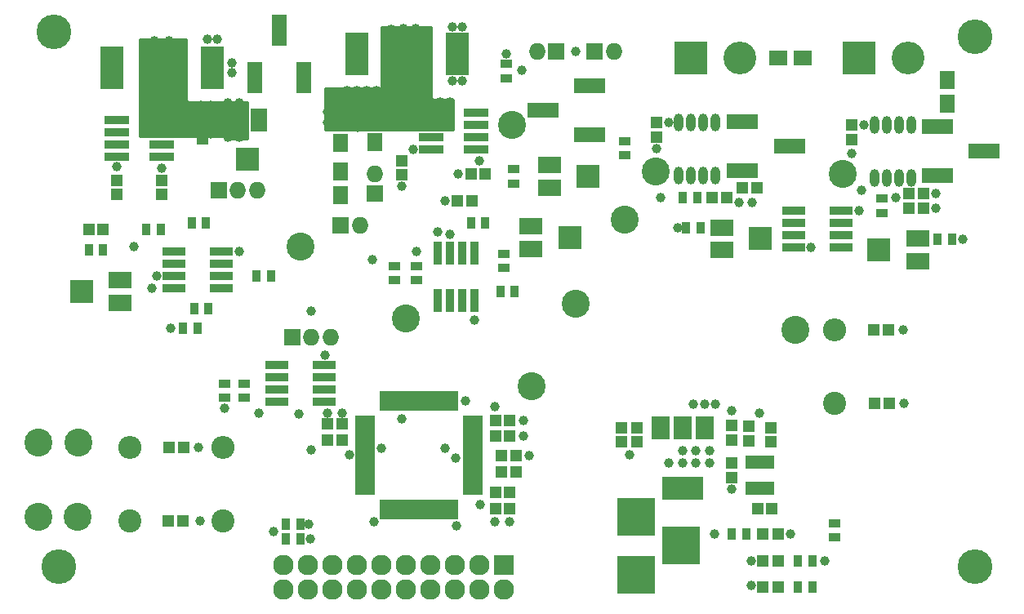
<source format=gbr>
G04 #@! TF.FileFunction,Soldermask,Top*
%FSLAX46Y46*%
G04 Gerber Fmt 4.6, Leading zero omitted, Abs format (unit mm)*
G04 Created by KiCad (PCBNEW 4.0.2+e4-6225~38~ubuntu14.04.1-stable) date sáb 17 nov 2018 11:22:13 ART*
%MOMM*%
G01*
G04 APERTURE LIST*
%ADD10C,0.100000*%
%ADD11R,0.900000X1.300000*%
%ADD12R,1.590000X3.190000*%
%ADD13C,3.600000*%
%ADD14R,1.300000X0.900000*%
%ADD15R,2.584400X0.958800*%
%ADD16R,1.200000X1.200000*%
%ADD17O,0.984200X1.847800*%
%ADD18R,3.190000X1.590000*%
%ADD19R,1.150000X1.200000*%
%ADD20R,1.200000X1.150000*%
%ADD21R,1.650000X1.900000*%
%ADD22R,1.700000X2.400000*%
%ADD23R,2.400000X2.400000*%
%ADD24R,0.958800X2.381200*%
%ADD25R,2.400000X1.700000*%
%ADD26R,0.679400X2.051000*%
%ADD27R,2.051000X0.679400*%
%ADD28R,1.750000X1.750000*%
%ADD29O,1.750000X1.750000*%
%ADD30R,3.900000X3.900000*%
%ADD31R,0.984200X1.390600*%
%ADD32R,2.381200X0.958800*%
%ADD33C,2.400000*%
%ADD34O,2.400000X2.400000*%
%ADD35R,3.400000X3.400000*%
%ADD36C,3.400000*%
%ADD37R,2.127200X2.127200*%
%ADD38O,2.127200X2.127200*%
%ADD39C,2.899360*%
%ADD40R,2.398980X4.400000*%
%ADD41R,4.200000X2.400000*%
%ADD42R,1.900000X2.400000*%
%ADD43R,1.900000X1.650000*%
%ADD44C,1.000000*%
%ADD45C,0.254000*%
G04 APERTURE END LIST*
D10*
D11*
X159778000Y-101600000D03*
X161278000Y-101600000D03*
D12*
X110363000Y-54236000D03*
X112903000Y-49396000D03*
X115443000Y-54236000D03*
D13*
X185000000Y-50000000D03*
D14*
X104902000Y-60821000D03*
X104902000Y-59321000D03*
D13*
X90000000Y-105000000D03*
X89500000Y-49500000D03*
D15*
X95986600Y-58674000D03*
X95986600Y-59944000D03*
X95986600Y-61214000D03*
X95986600Y-62484000D03*
X100711000Y-62484000D03*
X100711000Y-61214000D03*
X100711000Y-59944000D03*
X100711000Y-58674000D03*
X128574800Y-57912000D03*
X128574800Y-59182000D03*
X128574800Y-60452000D03*
X128574800Y-61722000D03*
X133299200Y-61722000D03*
X133299200Y-60452000D03*
X133299200Y-59182000D03*
X133299200Y-57912000D03*
D16*
X164587000Y-104394000D03*
X162987000Y-104394000D03*
D17*
X158115000Y-58939001D03*
X156845000Y-58939001D03*
X155575000Y-58939001D03*
X154305000Y-58939001D03*
X154305000Y-64389000D03*
X155575000Y-64389000D03*
X156845000Y-64389000D03*
X158115000Y-64389000D03*
X178435000Y-59193001D03*
X177165000Y-59193001D03*
X175895000Y-59193001D03*
X174625000Y-59193001D03*
X174625000Y-64643000D03*
X175895000Y-64643000D03*
X177165000Y-64643000D03*
X178435000Y-64643000D03*
D18*
X160909000Y-58801000D03*
X165749000Y-61341000D03*
X160909000Y-63881000D03*
D19*
X152019000Y-60440000D03*
X152019000Y-58940000D03*
D20*
X136767000Y-91440000D03*
X135267000Y-91440000D03*
D21*
X122809000Y-58424440D03*
X122809000Y-60924440D03*
X119253000Y-58567000D03*
X119253000Y-61067000D03*
D22*
X108451000Y-58706000D03*
D23*
X109601000Y-62706000D03*
D22*
X110751000Y-58706000D03*
D24*
X133096000Y-72466200D03*
X131826000Y-72466200D03*
X130556000Y-72466200D03*
X129286000Y-72466200D03*
X129286000Y-77393800D03*
X130556000Y-77393800D03*
X131826000Y-77393800D03*
X133096000Y-77393800D03*
D25*
X138970000Y-72016000D03*
D23*
X142970000Y-70866000D03*
D25*
X138970000Y-69716000D03*
D26*
X131099250Y-87832250D03*
X130599251Y-87832250D03*
X130099250Y-87832250D03*
X129599251Y-87832250D03*
X129099249Y-87832250D03*
X128599250Y-87832250D03*
X128099251Y-87832250D03*
X127599250Y-87832250D03*
X127099250Y-87832250D03*
X126599249Y-87832250D03*
X126099250Y-87832250D03*
X125599251Y-87832250D03*
X125099249Y-87832250D03*
X124599250Y-87832250D03*
X124099249Y-87832250D03*
X123599250Y-87832250D03*
D27*
X121729500Y-89702000D03*
X121729500Y-90201999D03*
X121729500Y-90702000D03*
X121729500Y-91201999D03*
X121729500Y-91702001D03*
X121729500Y-92202000D03*
X121729500Y-92701999D03*
X121729500Y-93202000D03*
X121729500Y-93702000D03*
X121729500Y-94202001D03*
X121729500Y-94702000D03*
X121729500Y-95201999D03*
X121729500Y-95702001D03*
X121729500Y-96202000D03*
X121729500Y-96702001D03*
X121729500Y-97202000D03*
D26*
X123599250Y-99071750D03*
X124099249Y-99071750D03*
X124599250Y-99071750D03*
X125099249Y-99071750D03*
X125599251Y-99071750D03*
X126099250Y-99071750D03*
X126599249Y-99071750D03*
X127099250Y-99071750D03*
X127599250Y-99071750D03*
X128099251Y-99071750D03*
X128599250Y-99071750D03*
X129099249Y-99071750D03*
X129599251Y-99071750D03*
X130099250Y-99071750D03*
X130599251Y-99071750D03*
X131099250Y-99071750D03*
D27*
X132969000Y-97202000D03*
X132969000Y-96702001D03*
X132969000Y-96202000D03*
X132969000Y-95702001D03*
X132969000Y-95201999D03*
X132969000Y-94702000D03*
X132969000Y-94202001D03*
X132969000Y-93702000D03*
X132969000Y-93202000D03*
X132969000Y-92701999D03*
X132969000Y-92202000D03*
X132969000Y-91702001D03*
X132969000Y-91201999D03*
X132969000Y-90702000D03*
X132969000Y-90201999D03*
X132969000Y-89702000D03*
D18*
X145041000Y-60198000D03*
X140201000Y-57658000D03*
X145041000Y-55118000D03*
D25*
X140875000Y-65666000D03*
D23*
X144875000Y-64516000D03*
D25*
X140875000Y-63366000D03*
D28*
X122809000Y-66262000D03*
D29*
X122809000Y-64262000D03*
D28*
X119253000Y-69596000D03*
D29*
X121253000Y-69596000D03*
D21*
X119247920Y-63977520D03*
X119247920Y-66477520D03*
D30*
X149860000Y-99822000D03*
X149860000Y-105822000D03*
X154560000Y-102822000D03*
D25*
X96361000Y-75304000D03*
D23*
X92361000Y-76454000D03*
D25*
X96361000Y-77604000D03*
D31*
X163637001Y-94128999D03*
X162687000Y-94128999D03*
X161737002Y-94128999D03*
X161737002Y-96878999D03*
X162687000Y-96878999D03*
X163637001Y-96878999D03*
D32*
X101930200Y-72263000D03*
X101930200Y-73533000D03*
X101930200Y-74803000D03*
X101930200Y-76073000D03*
X106857800Y-76073000D03*
X106857800Y-74803000D03*
X106857800Y-73533000D03*
X106857800Y-72263000D03*
D33*
X97409000Y-100203000D03*
D34*
X97409000Y-92583000D03*
D33*
X170434000Y-88011000D03*
D34*
X170434000Y-80391000D03*
D19*
X149987000Y-92051000D03*
X149987000Y-90551000D03*
D25*
X179038000Y-70986000D03*
D23*
X175038000Y-72136000D03*
D25*
X179038000Y-73286000D03*
X158750000Y-72136000D03*
D23*
X162750000Y-70986000D03*
D25*
X158750000Y-69836000D03*
D32*
X171119800Y-71882000D03*
X171119800Y-70612000D03*
X171119800Y-69342000D03*
X171119800Y-68072000D03*
X166192200Y-68072000D03*
X166192200Y-69342000D03*
X166192200Y-70612000D03*
X166192200Y-71882000D03*
D20*
X160909000Y-65659000D03*
X162409000Y-65659000D03*
D35*
X155575000Y-52197000D03*
D36*
X160655000Y-52197000D03*
D35*
X172974000Y-52197000D03*
D36*
X178054000Y-52197000D03*
D28*
X106585000Y-65913000D03*
D29*
X108585000Y-65913000D03*
X110585000Y-65913000D03*
D14*
X175387000Y-68314000D03*
X175387000Y-66814000D03*
D11*
X156198000Y-66675000D03*
X154698000Y-66675000D03*
X182602000Y-70993000D03*
X181102000Y-70993000D03*
X155067000Y-69850000D03*
X156567000Y-69850000D03*
D20*
X179681000Y-67818000D03*
X178181000Y-67818000D03*
X159246000Y-66675000D03*
X157746000Y-66675000D03*
D19*
X172212000Y-60694000D03*
X172212000Y-59194000D03*
D20*
X178181000Y-66294000D03*
X179681000Y-66294000D03*
D33*
X107061000Y-100203000D03*
D34*
X107061000Y-92583000D03*
D20*
X117868000Y-90170000D03*
X119368000Y-90170000D03*
X136767000Y-97282000D03*
X135267000Y-97282000D03*
X135902000Y-95123000D03*
X137402000Y-95123000D03*
D28*
X114205000Y-81153000D03*
D29*
X116205000Y-81153000D03*
X118205000Y-81153000D03*
D32*
X112598200Y-84074000D03*
X112598200Y-85344000D03*
X112598200Y-86614000D03*
X112598200Y-87884000D03*
X117525800Y-87884000D03*
X117525800Y-86614000D03*
X117525800Y-85344000D03*
X117525800Y-84074000D03*
D14*
X107188000Y-87491000D03*
X107188000Y-85991000D03*
X109220000Y-87491000D03*
X109220000Y-85991000D03*
D37*
X136144000Y-104775000D03*
D38*
X136144000Y-107315000D03*
X133604000Y-104775000D03*
X133604000Y-107315000D03*
X131064000Y-104775000D03*
X131064000Y-107315000D03*
X128524000Y-104775000D03*
X128524000Y-107315000D03*
X125984000Y-104775000D03*
X125984000Y-107315000D03*
X123444000Y-104775000D03*
X123444000Y-107315000D03*
X120904000Y-104775000D03*
X120904000Y-107315000D03*
X118364000Y-104775000D03*
X118364000Y-107315000D03*
X115824000Y-104775000D03*
X115824000Y-107315000D03*
X113284000Y-104775000D03*
X113284000Y-107315000D03*
D39*
X137033000Y-59182000D03*
X148717000Y-68961000D03*
X171323000Y-64262000D03*
X125984000Y-79248000D03*
X139065000Y-86233000D03*
X115062000Y-71755000D03*
X143637000Y-77724000D03*
D11*
X113538000Y-102108000D03*
X115038000Y-102108000D03*
X115038000Y-100584000D03*
X113538000Y-100584000D03*
D40*
X95504000Y-53213000D03*
X100711000Y-53213000D03*
X105918000Y-53213000D03*
X120904000Y-51816000D03*
X126111000Y-51816000D03*
X131318000Y-51816000D03*
D19*
X125603000Y-64377000D03*
X125603000Y-62877000D03*
D20*
X132727000Y-64262000D03*
X134227000Y-64262000D03*
X131330000Y-67056000D03*
X132830000Y-67056000D03*
D19*
X148336000Y-92051000D03*
X148336000Y-90551000D03*
X159766000Y-95734000D03*
X159766000Y-94234000D03*
X159766000Y-90321000D03*
X159766000Y-91821000D03*
D20*
X102858000Y-100203000D03*
X101358000Y-100203000D03*
X102969000Y-92583000D03*
X101469000Y-92583000D03*
X163945000Y-98933000D03*
X162445000Y-98933000D03*
D19*
X163830000Y-90563000D03*
X163830000Y-92063000D03*
X161544000Y-90448000D03*
X161544000Y-91948000D03*
D20*
X174621000Y-88011000D03*
X176121000Y-88011000D03*
X174494000Y-80391000D03*
X175994000Y-80391000D03*
D19*
X96012000Y-66409000D03*
X96012000Y-64909000D03*
X100711000Y-66409000D03*
X100711000Y-64909000D03*
D20*
X93103000Y-69977000D03*
X94603000Y-69977000D03*
X135902000Y-93472000D03*
X137402000Y-93472000D03*
X117868000Y-91821000D03*
X119368000Y-91821000D03*
X136767000Y-98933000D03*
X135267000Y-98933000D03*
X136767000Y-89789000D03*
X135267000Y-89789000D03*
D28*
X145542000Y-51562000D03*
D29*
X147542000Y-51562000D03*
D28*
X141605000Y-51562000D03*
D29*
X139605000Y-51562000D03*
D11*
X166636000Y-104394000D03*
X168136000Y-104394000D03*
D14*
X170434000Y-100469000D03*
X170434000Y-101969000D03*
X137160000Y-65266000D03*
X137160000Y-63766000D03*
X136398000Y-54344000D03*
X136398000Y-52844000D03*
D11*
X132727000Y-69342000D03*
X134227000Y-69342000D03*
X137275000Y-76454000D03*
X135775000Y-76454000D03*
D14*
X124841000Y-75299000D03*
X124841000Y-73799000D03*
X127127000Y-73799000D03*
X127127000Y-75299000D03*
X136144000Y-74029000D03*
X136144000Y-72529000D03*
D11*
X105271000Y-69342000D03*
X103771000Y-69342000D03*
D14*
X148717000Y-62345000D03*
X148717000Y-60845000D03*
D11*
X110502000Y-74803000D03*
X112002000Y-74803000D03*
X104025000Y-78232000D03*
X105525000Y-78232000D03*
X99072000Y-69977000D03*
X100572000Y-69977000D03*
X94603000Y-72136000D03*
X93103000Y-72136000D03*
X102882000Y-80264000D03*
X104382000Y-80264000D03*
D18*
X181095000Y-59309000D03*
X185935000Y-61849000D03*
X181095000Y-64389000D03*
D16*
X162987000Y-101600000D03*
X164587000Y-101600000D03*
X162987000Y-107061000D03*
X164587000Y-107061000D03*
D41*
X154686000Y-96876000D03*
D42*
X154686000Y-90576000D03*
X152386000Y-90576000D03*
X156986000Y-90576000D03*
D13*
X185000000Y-105000000D03*
D39*
X151892000Y-64008000D03*
D11*
X168136000Y-107061000D03*
X166636000Y-107061000D03*
D21*
X182118000Y-54503000D03*
X182118000Y-57003000D03*
D43*
X164612000Y-52197000D03*
X167112000Y-52197000D03*
D39*
X166370000Y-80391000D03*
X91948000Y-99822000D03*
X92075000Y-92075000D03*
X87884000Y-99822000D03*
X87884000Y-92075000D03*
D44*
X116205000Y-92837000D03*
X130556000Y-70485000D03*
X127127000Y-72263000D03*
X183769000Y-70993000D03*
X136398000Y-51816000D03*
X131826000Y-54610000D03*
X130810000Y-54610000D03*
X131826000Y-49022000D03*
X130810000Y-49022000D03*
X106426000Y-50292000D03*
X105410000Y-50292000D03*
X107950000Y-53721000D03*
X107950000Y-52705000D03*
X180975000Y-66294000D03*
X152019000Y-61595000D03*
X131445000Y-64262000D03*
X130048000Y-67056000D03*
X125603000Y-65532000D03*
X117856000Y-89027000D03*
X177546000Y-80391000D03*
X138811000Y-93472000D03*
X138176000Y-91440000D03*
X138176000Y-89789000D03*
X123444000Y-92710000D03*
X130048000Y-92710000D03*
X104521000Y-92583000D03*
X172212000Y-62103000D03*
X180975000Y-67818000D03*
X160528000Y-67183000D03*
X154178000Y-69850000D03*
X165862000Y-101600000D03*
X136779000Y-100330000D03*
X161798000Y-104394000D03*
X161798000Y-106934000D03*
X159766000Y-96901000D03*
X156972000Y-88138000D03*
X158115000Y-88138000D03*
X155829000Y-88138000D03*
X149225000Y-93345000D03*
X162687000Y-89027000D03*
X159766000Y-88773000D03*
X177673000Y-88011000D03*
X133731000Y-98552000D03*
X122682000Y-100330000D03*
X104648000Y-100203000D03*
X157988000Y-101600000D03*
X153289000Y-94234000D03*
X157480000Y-94234000D03*
X156083000Y-94234000D03*
X154686000Y-94234000D03*
X157480000Y-92964000D03*
X156083000Y-92964000D03*
X154686000Y-92964000D03*
X169418000Y-104394000D03*
X112268000Y-101346000D03*
X135255000Y-100330000D03*
X131224261Y-100711000D03*
X97790000Y-71755000D03*
X100203000Y-74803000D03*
X107188000Y-88519000D03*
X119380000Y-89027000D03*
X176784000Y-66675000D03*
X168021000Y-71882000D03*
X161925000Y-67183000D03*
X131191000Y-93726000D03*
X135255000Y-88392000D03*
X132207000Y-87757000D03*
X117602000Y-83058000D03*
X100711000Y-63627000D03*
X133604000Y-62865000D03*
X133096000Y-79375000D03*
X108712000Y-72263000D03*
X173482000Y-59182000D03*
X153289000Y-58928000D03*
X99695000Y-76073000D03*
X110744000Y-89027000D03*
X172974000Y-68072000D03*
X126746000Y-61722000D03*
X96012000Y-63500000D03*
X129286000Y-70231000D03*
X130556000Y-57912000D03*
X125730000Y-58547000D03*
X125095000Y-57658000D03*
X127000000Y-49149000D03*
X125730000Y-49149000D03*
X124460000Y-49276000D03*
X127127000Y-56769000D03*
X125095000Y-55626000D03*
X127635000Y-54610000D03*
X128270000Y-53721000D03*
X121031000Y-57658000D03*
X121031000Y-58547000D03*
X124333000Y-59182000D03*
X124333000Y-58166000D03*
X128270000Y-50673000D03*
X128016000Y-49657000D03*
X123952000Y-51562000D03*
X123952000Y-53594000D03*
X123952000Y-50419000D03*
X123952000Y-52578000D03*
X124587000Y-54610000D03*
X122936000Y-55626000D03*
X123952000Y-55626000D03*
X120904000Y-55626000D03*
X119126000Y-56134000D03*
X121920000Y-55626000D03*
X119888000Y-55626000D03*
X118364000Y-56769000D03*
X121031000Y-59436000D03*
X117856000Y-57785000D03*
X117856000Y-58928000D03*
X128270000Y-52705000D03*
X128270000Y-51689000D03*
X129540000Y-56769000D03*
X130556000Y-59182000D03*
X130556000Y-56769000D03*
X128270000Y-56769000D03*
X127127000Y-55626000D03*
X126492000Y-59182000D03*
X104775000Y-60071000D03*
X105791000Y-60071000D03*
X101854000Y-56388000D03*
X103759000Y-57277000D03*
X102870000Y-57531000D03*
X101854000Y-57531000D03*
X102489000Y-55626000D03*
X102616000Y-54610000D03*
X102616000Y-53467000D03*
X102616000Y-52324000D03*
X102616000Y-51181000D03*
X101473000Y-50419000D03*
X99949000Y-50419000D03*
X98806000Y-51181000D03*
X98806000Y-52324000D03*
X98806000Y-53467000D03*
X106680000Y-59817000D03*
X107569000Y-60452000D03*
X108712000Y-60452000D03*
X108712000Y-56896000D03*
X107569000Y-56896000D03*
X103505000Y-59944000D03*
X102489000Y-59944000D03*
X98806000Y-59944000D03*
X106680000Y-57658000D03*
X105791000Y-57150000D03*
X104775000Y-57150000D03*
X98806000Y-54610000D03*
X98933000Y-55626000D03*
X99568000Y-56388000D03*
X99568000Y-57404000D03*
X98806000Y-57912000D03*
X98806000Y-58928000D03*
X101600000Y-80264000D03*
X116205000Y-78486000D03*
X125603000Y-89662000D03*
X120142000Y-93345000D03*
X114935000Y-89154000D03*
X173228000Y-65913000D03*
X152400000Y-66675000D03*
X122555000Y-73152000D03*
X143637000Y-51562000D03*
X138049000Y-53467000D03*
X138049000Y-53467000D03*
X115951000Y-100584000D03*
X116078000Y-102108000D03*
D45*
G36*
X103251000Y-56642000D02*
X103261006Y-56691410D01*
X103289447Y-56733035D01*
X103331841Y-56760315D01*
X103378000Y-56769000D01*
X109601000Y-56769000D01*
X109601000Y-60579000D01*
X107188000Y-60579000D01*
X107188000Y-60452000D01*
X107177994Y-60402590D01*
X107149553Y-60360965D01*
X107107159Y-60333685D01*
X107061000Y-60325000D01*
X98425000Y-60325000D01*
X98425000Y-50292000D01*
X103251000Y-50292000D01*
X103251000Y-56642000D01*
X103251000Y-56642000D01*
G37*
X103251000Y-56642000D02*
X103261006Y-56691410D01*
X103289447Y-56733035D01*
X103331841Y-56760315D01*
X103378000Y-56769000D01*
X109601000Y-56769000D01*
X109601000Y-60579000D01*
X107188000Y-60579000D01*
X107188000Y-60452000D01*
X107177994Y-60402590D01*
X107149553Y-60360965D01*
X107107159Y-60333685D01*
X107061000Y-60325000D01*
X98425000Y-60325000D01*
X98425000Y-50292000D01*
X103251000Y-50292000D01*
X103251000Y-56642000D01*
G36*
X128651000Y-56388000D02*
X128661006Y-56437410D01*
X128689447Y-56479035D01*
X128731841Y-56506315D01*
X128778000Y-56515000D01*
X130937000Y-56515000D01*
X130937000Y-59690000D01*
X117602000Y-59690000D01*
X117602000Y-55372000D01*
X123317000Y-55372000D01*
X123366410Y-55361994D01*
X123408035Y-55333553D01*
X123435315Y-55291159D01*
X123444000Y-55245000D01*
X123444000Y-49022000D01*
X128651000Y-49022000D01*
X128651000Y-56388000D01*
X128651000Y-56388000D01*
G37*
X128651000Y-56388000D02*
X128661006Y-56437410D01*
X128689447Y-56479035D01*
X128731841Y-56506315D01*
X128778000Y-56515000D01*
X130937000Y-56515000D01*
X130937000Y-59690000D01*
X117602000Y-59690000D01*
X117602000Y-55372000D01*
X123317000Y-55372000D01*
X123366410Y-55361994D01*
X123408035Y-55333553D01*
X123435315Y-55291159D01*
X123444000Y-55245000D01*
X123444000Y-49022000D01*
X128651000Y-49022000D01*
X128651000Y-56388000D01*
M02*

</source>
